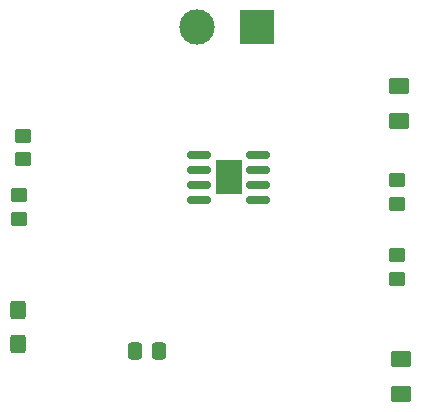
<source format=gbr>
%TF.GenerationSoftware,KiCad,Pcbnew,(6.0.10)*%
%TF.CreationDate,2023-02-17T15:18:55-08:00*%
%TF.ProjectId,ee210,65653231-302e-46b6-9963-61645f706362,rev?*%
%TF.SameCoordinates,Original*%
%TF.FileFunction,Soldermask,Top*%
%TF.FilePolarity,Negative*%
%FSLAX46Y46*%
G04 Gerber Fmt 4.6, Leading zero omitted, Abs format (unit mm)*
G04 Created by KiCad (PCBNEW (6.0.10)) date 2023-02-17 15:18:55*
%MOMM*%
%LPD*%
G01*
G04 APERTURE LIST*
G04 Aperture macros list*
%AMRoundRect*
0 Rectangle with rounded corners*
0 $1 Rounding radius*
0 $2 $3 $4 $5 $6 $7 $8 $9 X,Y pos of 4 corners*
0 Add a 4 corners polygon primitive as box body*
4,1,4,$2,$3,$4,$5,$6,$7,$8,$9,$2,$3,0*
0 Add four circle primitives for the rounded corners*
1,1,$1+$1,$2,$3*
1,1,$1+$1,$4,$5*
1,1,$1+$1,$6,$7*
1,1,$1+$1,$8,$9*
0 Add four rect primitives between the rounded corners*
20,1,$1+$1,$2,$3,$4,$5,0*
20,1,$1+$1,$4,$5,$6,$7,0*
20,1,$1+$1,$6,$7,$8,$9,0*
20,1,$1+$1,$8,$9,$2,$3,0*%
G04 Aperture macros list end*
%ADD10RoundRect,0.150000X-0.825000X-0.150000X0.825000X-0.150000X0.825000X0.150000X-0.825000X0.150000X0*%
%ADD11R,2.290000X3.000000*%
%ADD12R,3.000000X3.000000*%
%ADD13C,3.000000*%
%ADD14RoundRect,0.250000X0.450000X-0.350000X0.450000X0.350000X-0.450000X0.350000X-0.450000X-0.350000X0*%
%ADD15RoundRect,0.250000X-0.425000X0.537500X-0.425000X-0.537500X0.425000X-0.537500X0.425000X0.537500X0*%
%ADD16RoundRect,0.250000X-0.450000X0.350000X-0.450000X-0.350000X0.450000X-0.350000X0.450000X0.350000X0*%
%ADD17RoundRect,0.250000X0.337500X0.475000X-0.337500X0.475000X-0.337500X-0.475000X0.337500X-0.475000X0*%
%ADD18RoundRect,0.250001X0.624999X-0.462499X0.624999X0.462499X-0.624999X0.462499X-0.624999X-0.462499X0*%
G04 APERTURE END LIST*
D10*
%TO.C,U1*%
X152465000Y-97155000D03*
X152465000Y-98425000D03*
X152465000Y-99695000D03*
X152465000Y-100965000D03*
X157415000Y-100965000D03*
X157415000Y-99695000D03*
X157415000Y-98425000D03*
X157415000Y-97155000D03*
D11*
X154940000Y-99060000D03*
%TD*%
D12*
%TO.C,J1*%
X157320000Y-86360000D03*
D13*
X152240000Y-86360000D03*
%TD*%
D14*
%TO.C,R1*%
X137505000Y-97542900D03*
X137505000Y-95542900D03*
%TD*%
D15*
%TO.C,C1*%
X137117500Y-110322500D03*
X137117500Y-113197500D03*
%TD*%
D16*
%TO.C,R2*%
X137160000Y-100600000D03*
X137160000Y-102600000D03*
%TD*%
D17*
%TO.C,C2*%
X149096200Y-113745000D03*
X147021200Y-113745000D03*
%TD*%
D14*
%TO.C,R3*%
X169180000Y-101310000D03*
X169180000Y-99310000D03*
%TD*%
%TO.C,R4*%
X169180000Y-107680000D03*
X169180000Y-105680000D03*
%TD*%
D18*
%TO.C,D1*%
X169380000Y-94327500D03*
X169380000Y-91352500D03*
%TD*%
%TO.C,D2*%
X169560000Y-117387500D03*
X169560000Y-114412500D03*
%TD*%
M02*

</source>
